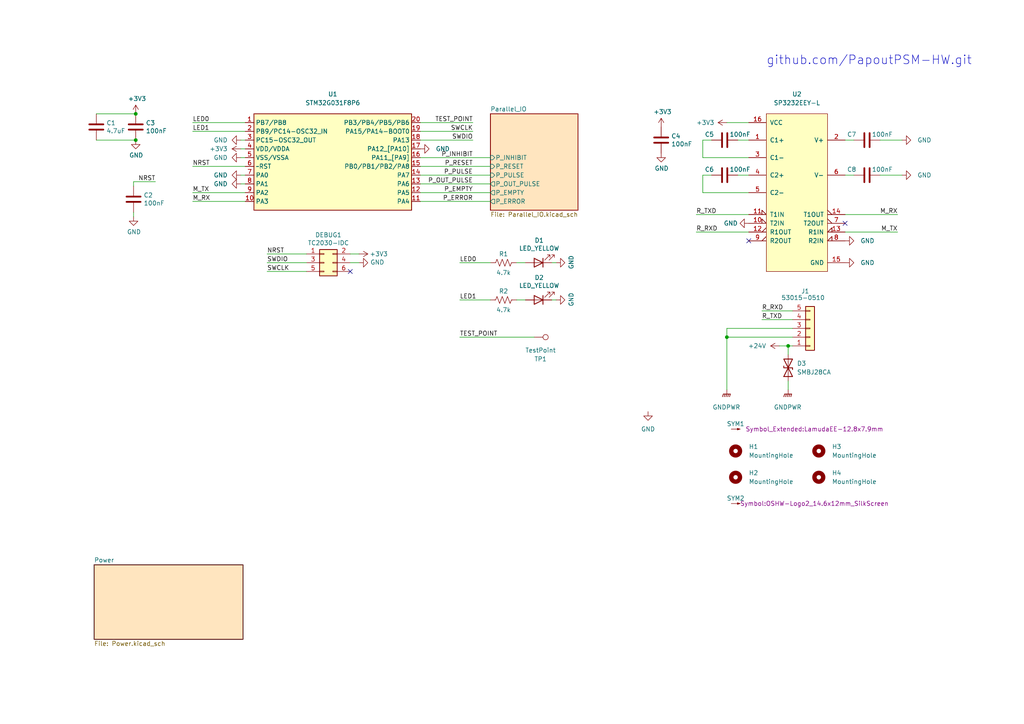
<source format=kicad_sch>
(kicad_sch (version 20210621) (generator eeschema)
  (paper "A4")
  (title_block (title "Main Block") (date "2021-07-30") (rev "0.4") (company "Korean Paper Dispenser Parallel to Serial Adapter Module") (comment 1 "Features : 24V -> 12V, RS232, STM32G030") (comment 2 "Proof of concept hardware for Rust-Embedded.") (comment 3 "CERN-OHL-S-2.0") (comment 4 "Jinwoo Park pmnxis@gmail.com"))
  (lib_symbols
    (symbol "Connector:TestPoint" (pin_numbers hide) (pin_names (offset 0.762) hide)
      (property "Reference" "TP" (at 0 6.858 0))
      (property "Value" "TestPoint" (at 0 5.08 0))
      (symbol "TestPoint_0_1"
        (circle (center 0 3.302) (radius 0.762))
      )
      (symbol "TestPoint_1_1"
        (pin passive line (at 0 0 90) (length 2.54) (name "1") (number "1"))
      )
    )
    (symbol "Connector_Generic:Conn_01x05" (pin_names (offset 1.016) hide)
      (property "Reference" "J" (at 0 7.62 0))
      (property "Value" "Conn_01x05" (at 0 -7.62 0))
      (symbol "Conn_01x05_1_1"
        (rectangle (start -1.27 -4.953) (end 0 -5.207) (stroke (width 0.1524)))
        (rectangle (start -1.27 -2.413) (end 0 -2.667) (stroke (width 0.1524)))
        (rectangle (start -1.27 0.127) (end 0 -0.127) (stroke (width 0.1524)))
        (rectangle (start -1.27 2.667) (end 0 2.413) (stroke (width 0.1524)))
        (rectangle (start -1.27 5.207) (end 0 4.953) (stroke (width 0.1524)))
        (rectangle (start -1.27 6.35) (end 1.27 -6.35) (stroke (width 0.254)) (fill (type background)))
        (pin passive line (at -5.08 5.08 0) (length 3.81) (name "Pin_1") (number "1"))
        (pin passive line (at -5.08 2.54 0) (length 3.81) (name "Pin_2") (number "2"))
        (pin passive line (at -5.08 0 0) (length 3.81) (name "Pin_3") (number "3"))
        (pin passive line (at -5.08 -2.54 0) (length 3.81) (name "Pin_4") (number "4"))
        (pin passive line (at -5.08 -5.08 0) (length 3.81) (name "Pin_5") (number "5"))
      )
    )
    (symbol "Connector_Generic:Conn_02x03_Odd_Even" (pin_names (offset 1.016) hide)
      (property "Reference" "J" (at 1.27 5.08 0))
      (property "Value" "Conn_02x03_Odd_Even" (at 1.27 -5.08 0))
      (symbol "Conn_02x03_Odd_Even_1_1"
        (rectangle (start -1.27 -2.413) (end 0 -2.667) (stroke (width 0.1524)))
        (rectangle (start -1.27 0.127) (end 0 -0.127) (stroke (width 0.1524)))
        (rectangle (start -1.27 2.667) (end 0 2.413) (stroke (width 0.1524)))
        (rectangle (start 3.81 -2.413) (end 2.54 -2.667) (stroke (width 0.1524)))
        (rectangle (start 3.81 0.127) (end 2.54 -0.127) (stroke (width 0.1524)))
        (rectangle (start 3.81 2.667) (end 2.54 2.413) (stroke (width 0.1524)))
        (rectangle (start -1.27 3.81) (end 3.81 -3.81) (stroke (width 0.254)) (fill (type background)))
        (pin passive line (at -5.08 2.54 0) (length 3.81) (name "Pin_1") (number "1"))
        (pin passive line (at 7.62 2.54 180) (length 3.81) (name "Pin_2") (number "2"))
        (pin passive line (at -5.08 0 0) (length 3.81) (name "Pin_3") (number "3"))
        (pin passive line (at 7.62 0 180) (length 3.81) (name "Pin_4") (number "4"))
        (pin passive line (at -5.08 -2.54 0) (length 3.81) (name "Pin_5") (number "5"))
        (pin passive line (at 7.62 -2.54 180) (length 3.81) (name "Pin_6") (number "6"))
      )
    )
    (symbol "Device:C" (pin_numbers hide) (pin_names (offset 0.254))
      (property "Reference" "C" (at 0.635 2.54 0))
      (property "Value" "C" (at 0.635 -2.54 0))
      (symbol "C_0_1"
        (polyline (pts (xy -2.032 -0.762) (xy 2.032 -0.762)) (stroke (width 0.508)))
        (polyline (pts (xy -2.032 0.762) (xy 2.032 0.762)) (stroke (width 0.508)))
      )
      (symbol "C_1_1"
        (pin passive line (at 0 3.81 270) (length 2.794) (name "~") (number "1"))
        (pin passive line (at 0 -3.81 90) (length 2.794) (name "~") (number "2"))
      )
    )
    (symbol "Device:D_TVS" (pin_numbers hide) (pin_names (offset 1.016) hide)
      (property "Reference" "D" (at 0 2.54 0))
      (property "Value" "D_TVS" (at 0 -2.54 0))
      (symbol "D_TVS_0_1"
        (polyline (pts (xy 1.27 0) (xy -1.27 0)))
        (polyline (pts (xy 0.508 1.27) (xy 0 1.27) (xy 0 -1.27) (xy -0.508 -1.27)) (stroke (width 0.254)))
        (polyline (pts (xy -2.54 1.27) (xy -2.54 -1.27) (xy 2.54 1.27) (xy 2.54 -1.27) (xy -2.54 1.27)) (stroke (width 0.254)))
      )
      (symbol "D_TVS_1_1"
        (pin passive line (at -3.81 0 0) (length 2.54) (name "A1") (number "1"))
        (pin passive line (at 3.81 0 180) (length 2.54) (name "A2") (number "2"))
      )
    )
    (symbol "Device:LED" (pin_numbers hide) (pin_names (offset 1.016) hide)
      (property "Reference" "D" (at 0 2.54 0))
      (property "Value" "LED" (at 0 -2.54 0))
      (symbol "LED_0_1"
        (polyline (pts (xy -1.27 -1.27) (xy -1.27 1.27)) (stroke (width 0.254)))
        (polyline (pts (xy -1.27 0) (xy 1.27 0)))
        (polyline (pts (xy 1.27 -1.27) (xy 1.27 1.27) (xy -1.27 0) (xy 1.27 -1.27)) (stroke (width 0.254)))
        (polyline (pts (xy -3.048 -0.762) (xy -4.572 -2.286) (xy -3.81 -2.286) (xy -4.572 -2.286) (xy -4.572 -1.524)))
        (polyline (pts (xy -1.778 -0.762) (xy -3.302 -2.286) (xy -2.54 -2.286) (xy -3.302 -2.286) (xy -3.302 -1.524)))
      )
      (symbol "LED_1_1"
        (pin passive line (at -3.81 0 0) (length 2.54) (name "K") (number "1"))
        (pin passive line (at 3.81 0 180) (length 2.54) (name "A") (number "2"))
      )
    )
    (symbol "Device:R_US" (pin_numbers hide) (pin_names (offset 0))
      (property "Reference" "R" (at 2.54 0 90))
      (property "Value" "R_US" (at -2.54 0 90))
      (symbol "R_US_0_1"
        (polyline (pts (xy 0 -2.286) (xy 0 -2.54)))
        (polyline (pts (xy 0 2.286) (xy 0 2.54)))
        (polyline (pts (xy 0 -0.762) (xy 1.016 -1.143) (xy 0 -1.524) (xy -1.016 -1.905) (xy 0 -2.286)))
        (polyline (pts (xy 0 0.762) (xy 1.016 0.381) (xy 0 0) (xy -1.016 -0.381) (xy 0 -0.762)))
        (polyline (pts (xy 0 2.286) (xy 1.016 1.905) (xy 0 1.524) (xy -1.016 1.143) (xy 0 0.762)))
      )
      (symbol "R_US_1_1"
        (pin passive line (at 0 3.81 270) (length 1.27) (name "~") (number "1"))
        (pin passive line (at 0 -3.81 90) (length 1.27) (name "~") (number "2"))
      )
    )
    (symbol "Graphic:SYM_Arrow_Tiny" (pin_names (offset 1.016))
      (symbol "SYM_Arrow_Tiny_0_1"
        (polyline (pts (xy 1.27 0) (xy -1.27 0)))
        (polyline (pts (xy 1.27 0) (xy 0.508 -0.254) (xy 0.508 0.254) (xy 1.27 0)) (fill (type outline)))
      )
    )
    (symbol "Interface_UART_Extended:SP3232EEY-L" (pin_names (offset 1.016))
      (property "Reference" "U" (at 0 3.81 0))
      (property "Value" "SP3232EEY-L" (at 0 1.27 0))
      (symbol "SP3232EEY-L_0_0"
        (pin passive line (at -5.08 -7.62 0) (length 5.08) (name "C1+") (number "1"))
        (pin input input_low (at -5.08 -31.75 0) (length 5.08) (name "T2IN") (number "10"))
        (pin input input_low (at -5.08 -29.21 0) (length 5.08) (name "T1IN") (number "11"))
        (pin output output_low (at -5.08 -34.29 0) (length 5.08) (name "R1OUT") (number "12"))
        (pin input input_low (at 22.86 -34.29 180) (length 5.08) (name "R1IN") (number "13"))
        (pin output output_low (at 22.86 -29.21 180) (length 5.08) (name "T1OUT") (number "14"))
        (pin power_in line (at 22.86 -43.18 180) (length 5.08) (name "GND") (number "15"))
        (pin power_in line (at -5.08 -2.54 0) (length 5.08) (name "VCC") (number "16"))
        (pin passive line (at 22.86 -7.62 180) (length 5.08) (name "V+") (number "2"))
        (pin passive line (at -5.08 -12.7 0) (length 5.08) (name "C1-") (number "3"))
        (pin passive line (at -5.08 -17.78 0) (length 5.08) (name "C2+") (number "4"))
        (pin passive line (at -5.08 -22.86 0) (length 5.08) (name "C2-") (number "5"))
        (pin passive line (at 22.86 -17.78 180) (length 5.08) (name "V-") (number "6"))
        (pin output output_low (at 22.86 -31.75 180) (length 5.08) (name "T2OUT") (number "7"))
        (pin input input_low (at 22.86 -36.83 180) (length 5.08) (name "R2IN") (number "8"))
        (pin output output_low (at -5.08 -36.83 0) (length 5.08) (name "R2OUT") (number "9"))
      )
      (symbol "SP3232EEY-L_0_1"
        (rectangle (start 0 0) (end 17.78 -45.72) (fill (type background)))
      )
    )
    (symbol "Mechanical:MountingHole" (pin_names (offset 1.016))
      (property "Reference" "H" (at 0 5.08 0))
      (property "Value" "MountingHole" (at 0 3.175 0))
      (symbol "MountingHole_0_1"
        (circle (center 0 0) (radius 1.27) (stroke (width 1.27)))
      )
    )
    (symbol "STM32G0:STM32G030F6"
      (property "Reference" "U" (at -22.86 15.24 0))
      (property "Value" "STM32G030F6" (at 8.89 15.24 0))
      (symbol "STM32G030F6_0_1"
        (rectangle (start -22.86 13.97) (end 22.86 -13.97) (stroke (width 0.254)) (fill (type background)))
      )
      (symbol "STM32G030F6_1_1"
        (pin bidirectional line (at -25.4 11.43 0) (length 2.54) (name "PB7/PB8") (number "1"))
        (pin bidirectional line (at -25.4 -11.43 0) (length 2.54) (name "PA3") (number "10"))
        (pin bidirectional line (at 25.4 -11.43 180) (length 2.54) (name "PA4") (number "11"))
        (pin bidirectional line (at 25.4 -8.89 180) (length 2.54) (name "PA5") (number "12"))
        (pin bidirectional line (at 25.4 -6.35 180) (length 2.54) (name "PA6") (number "13"))
        (pin bidirectional line (at 25.4 -3.81 180) (length 2.54) (name "PA7") (number "14"))
        (pin bidirectional line (at 25.4 -1.27 180) (length 2.54) (name "PB0/PB1/PB2/PA8") (number "15"))
        (pin bidirectional line (at 25.4 1.27 180) (length 2.54) (name "PA11_[PA9]") (number "16"))
        (pin bidirectional line (at 25.4 3.81 180) (length 2.54) (name "PA12_[PA10]") (number "17"))
        (pin bidirectional line (at 25.4 6.35 180) (length 2.54) (name "PA13") (number "18"))
        (pin bidirectional line (at 25.4 8.89 180) (length 2.54) (name "PA15/PA14-BOOT0") (number "19"))
        (pin bidirectional line (at -25.4 8.89 0) (length 2.54) (name "PB9/PC14-OSC32_IN") (number "2"))
        (pin bidirectional line (at 25.4 11.43 180) (length 2.54) (name "PB3/PB4/PB5/PB6") (number "20"))
        (pin bidirectional line (at -25.4 6.35 0) (length 2.54) (name "PC15-OSC32_OUT") (number "3"))
        (pin power_in line (at -25.4 3.81 0) (length 2.54) (name "VDD/VDDA") (number "4"))
        (pin power_in line (at -25.4 1.27 0) (length 2.54) (name "VSS/VSSA") (number "5"))
        (pin bidirectional line (at -25.4 -1.27 0) (length 2.54) (name "~RST") (number "6"))
        (pin bidirectional line (at -25.4 -3.81 0) (length 2.54) (name "PA0") (number "7"))
        (pin bidirectional line (at -25.4 -6.35 0) (length 2.54) (name "PA1") (number "8"))
        (pin bidirectional line (at -25.4 -8.89 0) (length 2.54) (name "PA2") (number "9"))
      )
    )
    (symbol "power:+24V" (power) (pin_names (offset 0))
      (property "Value" "+24V" (at 0 3.556 0))
      (symbol "+24V_0_1"
        (polyline (pts (xy -0.762 1.27) (xy 0 2.54)))
        (polyline (pts (xy 0 0) (xy 0 2.54)))
        (polyline (pts (xy 0 2.54) (xy 0.762 1.27)))
      )
      (symbol "+24V_1_1"
        (pin power_in line (at 0 0 90) (length 0) hide (name "+24V") (number "1"))
      )
    )
    (symbol "power:+3.3V" (power) (pin_names (offset 0))
      (property "Value" "+3.3V" (at 0 3.556 0))
      (symbol "+3.3V_0_1"
        (polyline (pts (xy -0.762 1.27) (xy 0 2.54)))
        (polyline (pts (xy 0 0) (xy 0 2.54)))
        (polyline (pts (xy 0 2.54) (xy 0.762 1.27)))
      )
      (symbol "+3.3V_1_1"
        (pin power_in line (at 0 0 90) (length 0) hide (name "+3V3") (number "1"))
      )
    )
    (symbol "power:+3V3" (power) (pin_names (offset 0))
      (property "Value" "+3V3" (at 0 3.556 0))
      (symbol "+3V3_0_1"
        (polyline (pts (xy -0.762 1.27) (xy 0 2.54)))
        (polyline (pts (xy 0 0) (xy 0 2.54)))
        (polyline (pts (xy 0 2.54) (xy 0.762 1.27)))
      )
      (symbol "+3V3_1_1"
        (pin power_in line (at 0 0 90) (length 0) hide (name "+3V3") (number "1"))
      )
    )
    (symbol "power:GND" (power) (pin_names (offset 0))
      (property "Value" "GND" (at 0 -3.81 0))
      (symbol "GND_0_1"
        (polyline (pts (xy 0 0) (xy 0 -1.27) (xy 1.27 -1.27) (xy 0 -2.54) (xy -1.27 -1.27) (xy 0 -1.27)))
      )
      (symbol "GND_1_1"
        (pin power_in line (at 0 0 270) (length 0) hide (name "GND") (number "1"))
      )
    )
    (symbol "power:GNDPWR" (power) (pin_names (offset 0))
      (property "Value" "GNDPWR" (at 0 -3.302 0))
      (symbol "GNDPWR_0_1"
        (polyline (pts (xy 0 -1.27) (xy 0 0)))
        (polyline (pts (xy -1.016 -1.27) (xy -1.27 -2.032) (xy -1.27 -2.032)) (stroke (width 0.2032)))
        (polyline (pts (xy -0.508 -1.27) (xy -0.762 -2.032) (xy -0.762 -2.032)) (stroke (width 0.2032)))
        (polyline (pts (xy 0 -1.27) (xy -0.254 -2.032) (xy -0.254 -2.032)) (stroke (width 0.2032)))
        (polyline (pts (xy 0.508 -1.27) (xy 0.254 -2.032) (xy 0.254 -2.032)) (stroke (width 0.2032)))
        (polyline (pts (xy 1.016 -1.27) (xy -1.016 -1.27) (xy -1.016 -1.27)) (stroke (width 0.2032)))
        (polyline (pts (xy 1.016 -1.27) (xy 0.762 -2.032) (xy 0.762 -2.032) (xy 0.762 -2.032)) (stroke (width 0.2032)))
      )
      (symbol "GNDPWR_1_1"
        (pin power_in line (at 0 0 270) (length 0) hide (name "GNDPWR") (number "1"))
      )
    )
  )
  (junction (at 39.37 33.02) (diameter 0.9144))
  (junction (at 39.37 40.64) (diameter 0.9144))
  (junction (at 210.82 97.79))
  (junction (at 228.6 100.33) (diameter 0.9144))
  (no_connect (at 101.6 78.74))
  (no_connect (at 217.17 69.85))
  (no_connect (at 245.11 64.77))
  (wire (pts (xy 27.94 33.02) (xy 39.37 33.02)))
  (wire (pts (xy 27.94 40.64) (xy 39.37 40.64)))
  (wire (pts (xy 38.735 52.705) (xy 38.735 53.975)))
  (wire (pts (xy 38.735 62.865) (xy 38.735 61.595)))
  (wire (pts (xy 45.085 52.705) (xy 38.735 52.705)))
  (wire (pts (xy 69.85 40.64) (xy 71.12 40.64)))
  (wire (pts (xy 69.85 43.18) (xy 71.12 43.18)))
  (wire (pts (xy 69.85 45.72) (xy 71.12 45.72)))
  (wire (pts (xy 69.85 50.8) (xy 71.12 50.8)))
  (wire (pts (xy 69.85 53.34) (xy 71.12 53.34)))
  (wire (pts (xy 71.12 35.56) (xy 55.88 35.56)))
  (wire (pts (xy 71.12 38.1) (xy 55.88 38.1)))
  (wire (pts (xy 71.12 48.26) (xy 55.88 48.26)))
  (wire (pts (xy 71.12 55.88) (xy 55.88 55.88)))
  (wire (pts (xy 71.12 58.42) (xy 55.88 58.42)))
  (wire (pts (xy 77.47 73.66) (xy 88.9 73.66)))
  (wire (pts (xy 77.47 76.2) (xy 88.9 76.2)))
  (wire (pts (xy 77.47 78.74) (xy 88.9 78.74)))
  (wire (pts (xy 101.6 73.66) (xy 104.14 73.66)))
  (wire (pts (xy 104.14 76.2) (xy 101.6 76.2)))
  (wire (pts (xy 121.92 38.1) (xy 137.16 38.1)))
  (wire (pts (xy 121.92 40.64) (xy 137.16 40.64)))
  (wire (pts (xy 121.92 45.72) (xy 142.24 45.72)))
  (wire (pts (xy 121.92 48.26) (xy 142.24 48.26)))
  (wire (pts (xy 121.92 50.8) (xy 142.24 50.8)))
  (wire (pts (xy 121.92 53.34) (xy 142.24 53.34)))
  (wire (pts (xy 121.92 55.88) (xy 142.24 55.88)))
  (wire (pts (xy 121.92 58.42) (xy 142.24 58.42)))
  (wire (pts (xy 133.35 97.79) (xy 154.94 97.79)))
  (wire (pts (xy 137.16 35.56) (xy 121.92 35.56)))
  (wire (pts (xy 142.24 76.2) (xy 133.35 76.2)))
  (wire (pts (xy 142.24 86.995) (xy 133.35 86.995)))
  (wire (pts (xy 149.86 76.2) (xy 152.4 76.2)))
  (wire (pts (xy 149.86 86.995) (xy 152.4 86.995)))
  (wire (pts (xy 160.02 76.2) (xy 161.29 76.2)))
  (wire (pts (xy 160.02 86.995) (xy 161.29 86.995)))
  (wire (pts (xy 203.835 40.64) (xy 203.835 45.72)))
  (wire (pts (xy 203.835 45.72) (xy 217.17 45.72)))
  (wire (pts (xy 203.835 50.8) (xy 203.835 55.88)))
  (wire (pts (xy 203.835 55.88) (xy 217.17 55.88)))
  (wire (pts (xy 206.375 40.64) (xy 203.835 40.64)))
  (wire (pts (xy 206.375 50.8) (xy 203.835 50.8)))
  (wire (pts (xy 210.82 35.56) (xy 217.17 35.56)))
  (wire (pts (xy 210.82 95.25) (xy 229.87 95.25)))
  (wire (pts (xy 210.82 97.79) (xy 210.82 95.25)))
  (wire (pts (xy 210.82 97.79) (xy 229.87 97.79)))
  (wire (pts (xy 210.82 113.03) (xy 210.82 97.79)))
  (wire (pts (xy 213.995 40.64) (xy 217.17 40.64)))
  (wire (pts (xy 213.995 50.8) (xy 217.17 50.8)))
  (wire (pts (xy 217.17 62.23) (xy 201.93 62.23)))
  (wire (pts (xy 217.17 67.31) (xy 201.93 67.31)))
  (wire (pts (xy 220.98 90.17) (xy 229.87 90.17)))
  (wire (pts (xy 220.98 92.71) (xy 229.87 92.71)))
  (wire (pts (xy 226.06 100.33) (xy 228.6 100.33)))
  (wire (pts (xy 228.6 100.33) (xy 228.6 102.87)))
  (wire (pts (xy 228.6 100.33) (xy 229.87 100.33)))
  (wire (pts (xy 228.6 110.49) (xy 228.6 113.03)))
  (wire (pts (xy 245.11 40.64) (xy 247.65 40.64)))
  (wire (pts (xy 245.11 50.8) (xy 247.65 50.8)))
  (wire (pts (xy 245.11 62.23) (xy 260.35 62.23)))
  (wire (pts (xy 245.11 67.31) (xy 260.35 67.31)))
  (wire (pts (xy 255.27 40.64) (xy 261.62 40.64)))
  (wire (pts (xy 255.27 50.8) (xy 261.62 50.8)))
  (text "github.com/PapoutPSM-HW.git" (at 222.25 19.05 0) (effects (font (size 2.54 2.54)) (justify left bottom)))
  (label "NRST" (at 45.085 52.705 180))
  (label "LED0" (at 55.88 35.56 0))
  (label "LED1" (at 55.88 38.1 0))
  (label "NRST" (at 55.88 48.26 0))
  (label "M_TX" (at 55.88 55.88 0))
  (label "M_RX" (at 55.88 58.42 0))
  (label "NRST" (at 77.47 73.66 0))
  (label "SWDIO" (at 77.47 76.2 0))
  (label "SWCLK" (at 77.47 78.74 0))
  (label "LED0" (at 133.35 76.2 0))
  (label "LED1" (at 133.35 86.995 0))
  (label "TEST_POINT" (at 133.35 97.79 0))
  (label "TEST_POINT" (at 137.16 35.56 180))
  (label "SWCLK" (at 137.16 38.1 180))
  (label "SWDIO" (at 137.16 40.64 180))
  (label "P_INHIBIT" (at 137.16 45.72 180))
  (label "P_RESET" (at 137.16 48.26 180))
  (label "P_PULSE" (at 137.16 50.8 180))
  (label "P_OUT_PULSE" (at 137.16 53.34 180))
  (label "P_EMPTY" (at 137.16 55.88 180))
  (label "P_ERROR" (at 137.16 58.42 180))
  (label "R_TXD" (at 201.93 62.23 0))
  (label "R_RXD" (at 201.93 67.31 0))
  (label "R_RXD" (at 220.98 90.17 0))
  (label "R_TXD" (at 220.98 92.71 0))
  (label "M_RX" (at 260.35 62.23 180))
  (label "M_TX" (at 260.35 67.31 180))
  (symbol (lib_id "Graphic:SYM_Arrow_Tiny") (at 213.36 124.46 0) (unit 1) (in_bom no)
    (property "Reference" "SYM1" (at 213.36 122.936 0))
    (property "Value" "SYM_Arrow_Tiny" (effects hide))
    (property "Footprint" "Symbol_Extended:LamudaEE-12.8x7.9mm" (at 236.22 124.46 0))
    (property "Mount" "N/C" (effects hide))
  )
  (symbol (lib_id "Graphic:SYM_Arrow_Tiny") (at 213.36 146.05 0) (unit 1) (in_bom no)
    (property "Reference" "SYM2" (at 213.36 144.526 0))
    (property "Value" "SYM_Arrow_Tiny" (effects hide))
    (property "Footprint" "Symbol:OSHW-Logo2_14.6x12mm_SilkScreen" (at 236.22 146.05 0))
    (property "Mount" "N/C" (effects hide))
  )
  (symbol (lib_id "power:+3V3") (at 39.37 33.02 0) (unit 1)
    (property "Reference" "#PWR02" (effects hide))
    (property "Value" "+3V3" (at 39.751 28.6258 0))
  )
  (symbol (lib_id "power:+3V3") (at 69.85 43.18 90) (unit 1)
    (property "Reference" "#PWR05" (effects hide))
    (property "Value" "+3V3" (at 66.04 43.1799 90) (effects (justify left)))
  )
  (symbol (lib_id "power:+3V3") (at 104.14 73.66 270) (unit 1)
    (property "Reference" "#PWR09" (effects hide))
    (property "Value" "+3V3" (at 109.855 73.66 90))
  )
  (symbol (lib_id "power:+3V3") (at 191.77 36.83 0) (unit 1)
    (property "Reference" "#PWR015" (effects hide))
    (property "Value" "+3V3" (at 192.151 32.4358 0))
  )
  (symbol (lib_id "power:+3.3V") (at 210.82 35.56 90) (unit 1)
    (property "Reference" "#PWR017" (effects hide))
    (property "Value" "+3.3V" (at 201.93 35.5599 90) (effects (justify right)))
  )
  (symbol (lib_id "power:+24V") (at 226.06 100.33 90) (unit 1)
    (property "Reference" "#PWR020" (effects hide))
    (property "Value" "+24V" (at 222.25 100.3299 90) (effects (justify left)))
  )
  (symbol (lib_id "power:GNDPWR") (at 210.82 113.03 0) (unit 1)
    (property "Reference" "#PWR018" (effects hide))
    (property "Value" "GNDPWR" (at 210.693 118.11 0))
  )
  (symbol (lib_id "power:GNDPWR") (at 228.6 113.03 0) (unit 1)
    (property "Reference" "#PWR021" (effects hide))
    (property "Value" "GNDPWR" (at 228.473 118.11 0))
  )
  (symbol (lib_id "Connector:TestPoint") (at 154.94 97.79 270) (unit 1)
    (property "Reference" "TP1" (at 156.7815 104.14 90))
    (property "Value" "TestPoint" (at 156.7815 101.6 90))
    (property "Footprint" "TestPoint:TestPoint_Pad_D1.0mm" (effects hide))
    (property "Mount" "N/C" (effects hide))
  )
  (symbol (lib_id "power:GND") (at 38.735 62.865 0) (unit 1)
    (property "Reference" "#PWR01" (effects hide))
    (property "Value" "GND" (at 38.862 67.2592 0))
  )
  (symbol (lib_id "power:GND") (at 39.37 40.64 0) (unit 1)
    (property "Reference" "#PWR03" (effects hide))
    (property "Value" "GND" (at 39.497 45.0342 0))
  )
  (symbol (lib_id "power:GND") (at 69.85 40.64 270) (unit 1)
    (property "Reference" "#PWR04" (effects hide))
    (property "Value" "GND" (at 66.04 40.6399 90) (effects (justify right)))
  )
  (symbol (lib_id "power:GND") (at 69.85 45.72 270) (unit 1)
    (property "Reference" "#PWR06" (effects hide))
    (property "Value" "GND" (at 66.04 45.7199 90) (effects (justify right)))
  )
  (symbol (lib_id "power:GND") (at 69.85 50.8 270) (unit 1)
    (property "Reference" "#PWR07" (effects hide))
    (property "Value" "GND" (at 66.04 50.7999 90) (effects (justify right)))
  )
  (symbol (lib_id "power:GND") (at 69.85 53.34 270) (unit 1)
    (property "Reference" "#PWR08" (effects hide))
    (property "Value" "GND" (at 66.04 53.3399 90) (effects (justify right)))
  )
  (symbol (lib_id "power:GND") (at 104.14 76.2 90) (unit 1)
    (property "Reference" "#PWR010" (effects hide))
    (property "Value" "GND" (at 107.3912 76.073 90) (effects (justify right)))
  )
  (symbol (lib_id "power:GND") (at 121.92 43.18 90) (unit 1)
    (property "Reference" "#PWR011" (effects hide))
    (property "Value" "GND" (at 126.365 43.1799 90) (effects (justify right)))
  )
  (symbol (lib_id "power:GND") (at 161.29 76.2 90) (unit 1)
    (property "Reference" "#PWR012" (effects hide))
    (property "Value" "GND" (at 165.6842 76.073 0))
  )
  (symbol (lib_id "power:GND") (at 161.29 86.995 90) (unit 1)
    (property "Reference" "#PWR013" (effects hide))
    (property "Value" "GND" (at 165.6842 86.868 0))
  )
  (symbol (lib_id "power:GND") (at 187.96 119.38 0) (unit 1)
    (property "Reference" "#PWR014" (effects hide))
    (property "Value" "GND" (at 187.96 124.46 0))
  )
  (symbol (lib_id "power:GND") (at 191.77 44.45 0) (unit 1)
    (property "Reference" "#PWR016" (effects hide))
    (property "Value" "GND" (at 191.897 48.8442 0))
  )
  (symbol (lib_id "power:GND") (at 217.17 64.77 270) (unit 1)
    (property "Reference" "#PWR019" (effects hide))
    (property "Value" "GND" (at 213.995 64.7699 90) (effects (justify right)))
  )
  (symbol (lib_id "power:GND") (at 245.11 69.85 90) (unit 1)
    (property "Reference" "#PWR022" (effects hide))
    (property "Value" "GND" (at 249.555 69.8499 90) (effects (justify right)))
  )
  (symbol (lib_id "power:GND") (at 245.11 76.2 90) (unit 1)
    (property "Reference" "#PWR023" (effects hide))
    (property "Value" "GND" (at 249.555 76.1999 90) (effects (justify right)))
  )
  (symbol (lib_id "power:GND") (at 261.62 40.64 90) (unit 1)
    (property "Reference" "#PWR024" (effects hide))
    (property "Value" "GND" (at 266.065 40.6399 90) (effects (justify right)))
  )
  (symbol (lib_id "power:GND") (at 261.62 50.8 90) (unit 1)
    (property "Reference" "#PWR025" (effects hide))
    (property "Value" "GND" (at 266.065 50.7999 90) (effects (justify right)))
  )
  (symbol (lib_id "Mechanical:MountingHole") (at 213.36 130.81 0) (unit 1)
    (property "Reference" "H1" (at 217.17 129.5399 0) (effects (justify left)))
    (property "Value" "MountingHole" (at 217.17 132.0799 0) (effects (justify left)))
    (property "Footprint" "MountingHole:MountingHole_4.3mm_M4_ISO14580_Pad" (effects hide))
    (property "Mount" "N/C" (effects hide))
  )
  (symbol (lib_id "Mechanical:MountingHole") (at 213.36 138.43 0) (unit 1)
    (property "Reference" "H2" (at 217.17 137.1599 0) (effects (justify left)))
    (property "Value" "MountingHole" (at 217.17 139.6999 0) (effects (justify left)))
    (property "Footprint" "MountingHole:MountingHole_4.3mm_M4_ISO14580_Pad" (effects hide))
    (property "Mount" "N/C" (effects hide))
  )
  (symbol (lib_id "Mechanical:MountingHole") (at 237.49 130.81 0) (unit 1)
    (property "Reference" "H3" (at 241.3 129.5399 0) (effects (justify left)))
    (property "Value" "MountingHole" (at 241.3 132.0799 0) (effects (justify left)))
    (property "Footprint" "MountingHole:MountingHole_4.3mm_M4_ISO14580_Pad" (effects hide))
    (property "Mount" "N/C" (effects hide))
  )
  (symbol (lib_id "Mechanical:MountingHole") (at 237.49 138.43 0) (unit 1)
    (property "Reference" "H4" (at 241.3 137.1599 0) (effects (justify left)))
    (property "Value" "MountingHole" (at 241.3 139.6999 0) (effects (justify left)))
    (property "Footprint" "MountingHole:MountingHole_4.3mm_M4_ISO14580_Pad" (effects hide))
    (property "Mount" "N/C" (effects hide))
  )
  (symbol (lib_id "Device:R_US") (at 146.05 76.2 90) (unit 1)
    (property "Reference" "R1" (at 146.05 73.66 90))
    (property "Value" "4.7k" (at 146.05 79.0956 90))
    (property "Footprint" "Resistor_SMD:R_0402_1005Metric" (effects hide))
    (property "LCSC Part" "C25900" (effects hide))
    (property "MFR.Part#" "0402WGF4701TCE" (effects hide))
    (property "Manufacturer" "ANY" (effects hide))
    (property "Mount" "SMD" (effects hide))
    (property "ODR.Part#" "RES 4.7k 1005" (effects hide))
    (property "Packaging" "1005" (effects hide))
    (property "Supplier" "JLCPCB-Basic" (effects hide))
  )
  (symbol (lib_id "Device:R_US") (at 146.05 86.995 90) (unit 1)
    (property "Reference" "R2" (at 146.05 84.455 90))
    (property "Value" "4.7k" (at 146.05 89.8906 90))
    (property "Footprint" "Resistor_SMD:R_0402_1005Metric" (effects hide))
    (property "LCSC Part" "C25900" (effects hide))
    (property "MFR.Part#" "0402WGF4701TCE" (effects hide))
    (property "Manufacturer" "ANY" (effects hide))
    (property "Mount" "SMD" (effects hide))
    (property "ODR.Part#" "RES 4.7k 1005" (effects hide))
    (property "Packaging" "1005" (effects hide))
    (property "Supplier" "JLCPCB-Basic" (effects hide))
  )
  (symbol (lib_id "Device:D_TVS") (at 228.6 106.68 90) (unit 1)
    (property "Reference" "D3" (at 231.14 105.4099 90) (effects (justify right)))
    (property "Value" "SMBJ28CA" (at 231.14 107.9499 90) (effects (justify right)))
    (property "Footprint" "Diode_SMD:D_SMB" (effects hide))
    (property "Datasheet" "https://www.littelfuse.com/~/media/electronics/datasheets/tvs_diodes/littelfuse_tvs_diode_smbj_datasheet.pdf.pdf" (effects hide))
    (property "LCSC Part" "C151259" (effects hide))
    (property "MFR.Part#" "SMBJ28CA" (effects hide))
    (property "Manufacturer" "Littlefuse" (effects hide))
    (property "Mount" "SMD" (effects hide))
    (property "ODR.Part#" "SMBJ28CA" (effects hide))
    (property "Packaging" "SMB,DO-214AA" (effects hide))
    (property "Supplier" "JLCPCB-Extended" (effects hide))
  )
  (symbol (lib_id "Device:LED") (at 156.21 76.2 180) (unit 1)
    (property "Reference" "D1" (at 156.3878 69.723 0))
    (property "Value" "LED_YELLOW" (at 156.3878 72.0344 0))
    (property "Footprint" "LED_SMD:LED_0805_2012Metric" (effects hide))
    (property "Datasheet" "https://datasheet.lcsc.com/lcsc/1806151129_Hubei-KENTO-Elec-17-21SUYC-TR8_C2296.pdf" (effects hide))
    (property "LCSC Part" "C2296" (effects hide))
    (property "MFR.Part#" "KT-0805Y" (effects hide))
    (property "Manufacturer" "ANY" (effects hide))
    (property "Mount" "SMD" (effects hide))
    (property "ODR.Part#" "LED YELLOW 2012" (effects hide))
    (property "Packaging" "2012" (effects hide))
    (property "Supplier" "JLCPCB-Basic" (effects hide))
  )
  (symbol (lib_id "Device:LED") (at 156.21 86.995 180) (unit 1)
    (property "Reference" "D2" (at 156.3878 80.518 0))
    (property "Value" "LED_YELLOW" (at 156.3878 82.8294 0))
    (property "Footprint" "LED_SMD:LED_0805_2012Metric" (effects hide))
    (property "Datasheet" "https://datasheet.lcsc.com/lcsc/1806151129_Hubei-KENTO-Elec-17-21SUYC-TR8_C2296.pdf" (effects hide))
    (property "LCSC Part" "C2296" (effects hide))
    (property "MFR.Part#" "KT-0805Y" (effects hide))
    (property "Manufacturer" "ANY" (effects hide))
    (property "Mount" "SMD" (effects hide))
    (property "ODR.Part#" "LED YELLOW 2012" (effects hide))
    (property "Packaging" "2012" (effects hide))
    (property "Supplier" "JLCPCB-Basic" (effects hide))
  )
  (symbol (lib_id "Device:C") (at 27.94 36.83 0) (unit 1)
    (property "Reference" "C1" (at 30.861 35.6616 0) (effects (justify left)))
    (property "Value" "4.7uF" (at 30.861 37.973 0) (effects (justify left)))
    (property "Footprint" "Capacitor_SMD:C_0402_1005Metric" (effects hide))
    (property "Datasheet" "https://www.samsungsem.com/resources/file/global/support/product_catalog/MLCC.pdf" (effects hide))
    (property "LCSC Part" "C23733" (effects hide))
    (property "MFR.Part#" "CL05A475MP5NRNC" (effects hide))
    (property "Manufacturer" "ANY" (effects hide))
    (property "Mount" "SMD" (effects hide))
    (property "ODR.Part#" "CAP 100nF 1005" (effects hide))
    (property "Packaging" "1005" (effects hide))
    (property "Supplier" "JLCPCB-Basic" (effects hide))
  )
  (symbol (lib_id "Device:C") (at 38.735 57.785 0) (unit 1)
    (property "Reference" "C2" (at 41.656 56.6166 0) (effects (justify left)))
    (property "Value" "100nF" (at 41.656 58.928 0) (effects (justify left)))
    (property "Footprint" "Capacitor_SMD:C_0402_1005Metric" (effects hide))
    (property "Datasheet" "https://www.samsungsem.com/resources/file/global/support/product_catalog/MLCC.pdf" (effects hide))
    (property "LCSC Part" "C1525" (effects hide))
    (property "MFR.Part#" "CL05B104KO5NNNC" (effects hide))
    (property "Manufacturer" "ANY" (effects hide))
    (property "Mount" "SMD" (effects hide))
    (property "ODR.Part#" "CAP 100nF 1005" (effects hide))
    (property "Packaging" "1005" (effects hide))
    (property "Supplier" "JLCPCB-Basic" (effects hide))
  )
  (symbol (lib_id "Device:C") (at 39.37 36.83 0) (unit 1)
    (property "Reference" "C3" (at 42.291 35.6616 0) (effects (justify left)))
    (property "Value" "100nF" (at 42.291 37.973 0) (effects (justify left)))
    (property "Footprint" "Capacitor_SMD:C_0402_1005Metric" (effects hide))
    (property "Datasheet" "https://www.samsungsem.com/resources/file/global/support/product_catalog/MLCC.pdf" (effects hide))
    (property "LCSC Part" "C1525" (effects hide))
    (property "MFR.Part#" "CL05B104KO5NNNC" (effects hide))
    (property "Manufacturer" "ANY" (effects hide))
    (property "Mount" "SMD" (effects hide))
    (property "ODR.Part#" "CAP 100nF 1005" (effects hide))
    (property "Packaging" "1005" (effects hide))
    (property "Supplier" "JLCPCB-Basic" (effects hide))
  )
  (symbol (lib_id "Device:C") (at 191.77 40.64 0) (unit 1)
    (property "Reference" "C4" (at 194.691 39.4716 0) (effects (justify left)))
    (property "Value" "100nF" (at 194.691 41.783 0) (effects (justify left)))
    (property "Footprint" "Capacitor_SMD:C_0402_1005Metric" (effects hide))
    (property "Datasheet" "https://www.samsungsem.com/resources/file/global/support/product_catalog/MLCC.pdf" (effects hide))
    (property "LCSC Part" "C1525" (effects hide))
    (property "MFR.Part#" "CL05B104KO5NNNC" (effects hide))
    (property "Manufacturer" "ANY" (effects hide))
    (property "Mount" "SMD" (effects hide))
    (property "ODR.Part#" "CAP 100nF 1005" (effects hide))
    (property "Packaging" "1005" (effects hide))
    (property "Supplier" "JLCPCB-Basic" (effects hide))
  )
  (symbol (lib_id "Device:C") (at 210.185 40.64 90) (unit 1)
    (property "Reference" "C5" (at 207.1116 38.989 90) (effects (justify left)))
    (property "Value" "100nF" (at 217.678 38.989 90) (effects (justify left)))
    (property "Footprint" "Capacitor_SMD:C_0402_1005Metric" (effects hide))
    (property "Datasheet" "https://www.samsungsem.com/resources/file/global/support/product_catalog/MLCC.pdf" (effects hide))
    (property "LCSC Part" "C1525" (effects hide))
    (property "MFR.Part#" "CL05B104KO5NNNC" (effects hide))
    (property "Manufacturer" "ANY" (effects hide))
    (property "Mount" "SMD" (effects hide))
    (property "ODR.Part#" "CAP 100nF 1005" (effects hide))
    (property "Packaging" "1005" (effects hide))
    (property "Supplier" "JLCPCB-Basic" (effects hide))
  )
  (symbol (lib_id "Device:C") (at 210.185 50.8 90) (unit 1)
    (property "Reference" "C6" (at 207.1116 49.149 90) (effects (justify left)))
    (property "Value" "100nF" (at 217.678 49.149 90) (effects (justify left)))
    (property "Footprint" "Capacitor_SMD:C_0402_1005Metric" (effects hide))
    (property "Datasheet" "https://www.samsungsem.com/resources/file/global/support/product_catalog/MLCC.pdf" (effects hide))
    (property "LCSC Part" "C1525" (effects hide))
    (property "MFR.Part#" "CL05B104KO5NNNC" (effects hide))
    (property "Manufacturer" "ANY" (effects hide))
    (property "Mount" "SMD" (effects hide))
    (property "ODR.Part#" "CAP 100nF 1005" (effects hide))
    (property "Packaging" "1005" (effects hide))
    (property "Supplier" "JLCPCB-Basic" (effects hide))
  )
  (symbol (lib_id "Device:C") (at 251.46 40.64 90) (unit 1)
    (property "Reference" "C7" (at 248.3866 38.989 90) (effects (justify left)))
    (property "Value" "100nF" (at 258.953 38.989 90) (effects (justify left)))
    (property "Footprint" "Capacitor_SMD:C_0402_1005Metric" (effects hide))
    (property "Datasheet" "https://www.samsungsem.com/resources/file/global/support/product_catalog/MLCC.pdf" (effects hide))
    (property "LCSC Part" "C1525" (effects hide))
    (property "MFR.Part#" "CL05B104KO5NNNC" (effects hide))
    (property "Manufacturer" "ANY" (effects hide))
    (property "Mount" "SMD" (effects hide))
    (property "ODR.Part#" "CAP 100nF 1005" (effects hide))
    (property "Packaging" "1005" (effects hide))
    (property "Supplier" "JLCPCB-Basic" (effects hide))
  )
  (symbol (lib_id "Device:C") (at 251.46 50.8 90) (unit 1)
    (property "Reference" "C8" (at 248.3866 49.149 90) (effects (justify left)))
    (property "Value" "100nF" (at 258.953 49.149 90) (effects (justify left)))
    (property "Footprint" "Capacitor_SMD:C_0402_1005Metric" (effects hide))
    (property "Datasheet" "https://www.samsungsem.com/resources/file/global/support/product_catalog/MLCC.pdf" (effects hide))
    (property "LCSC Part" "C1525" (effects hide))
    (property "MFR.Part#" "CL05B104KO5NNNC" (effects hide))
    (property "Manufacturer" "ANY" (effects hide))
    (property "Mount" "SMD" (effects hide))
    (property "ODR.Part#" "CAP 100nF 1005" (effects hide))
    (property "Packaging" "1005" (effects hide))
    (property "Supplier" "JLCPCB-Basic" (effects hide))
  )
  (symbol (lib_id "Connector_Generic:Conn_01x05") (at 234.95 95.25 0) (mirror x) (unit 1)
    (property "Reference" "J1" (at 233.553 84.455 0))
    (property "Value" "53015-0510" (at 232.918 86.36 0))
    (property "Footprint" "Molex-53015:Molex_MicroBlade_53015-0500_1x05_P2.00mm_Right" (effects hide))
    (property "Datasheet" "https://www.molex.com/pdm_docs/sd/530140410_sd.pdf" (effects hide))
    (property "MFR.Part#" "53015-0510" (effects hide))
    (property "Manufacturer" "Molex" (effects hide))
    (property "Mount" "TH" (effects hide))
    (property "ODR.Part#" "53015-0510" (effects hide))
    (property "Packaging" "DIP-5-2mm" (effects hide))
    (property "Supplier" "Asian Supplier" (effects hide))
  )
  (symbol (lib_id "Connector_Generic:Conn_02x03_Odd_Even") (at 93.98 76.2 0) (unit 1)
    (property "Reference" "DEBUG1" (at 95.25 68.1482 0))
    (property "Value" "TC2030-IDC" (at 95.25 70.4596 0))
    (property "Footprint" "Connector:Tag-Connect_TC2030-IDC-FP_2x03_P1.27mm_Vertical" (effects hide))
    (property "Datasheet" "https://media.digikey.com/pdf/Data%20Sheets/Tag-Connect/TC2030-IDC_RevB.pdf" (effects hide))
    (property "Mount" "N/C" (effects hide))
  )
  (symbol (lib_id "Interface_UART_Extended:SP3232EEY-L") (at 222.25 33.02 0) (unit 1)
    (property "Reference" "U2" (at 231.14 27.305 0))
    (property "Value" "SP3232EEY-L" (at 231.14 29.845 0))
    (property "Footprint" "Package_SO:TSSOP-16_4.4x5mm_P0.65mm" (effects hide))
    (property "Datasheet" "https://www.maxlinear.com/ds/sp3222e_sp3232e.pdf" (effects hide))
    (property "MFR.Part#" "SP3232EEY-L" (effects hide))
    (property "ODR.Part#" "SP3232EEY-L" (effects hide))
    (property "Manufacturer" "Exar" (effects hide))
    (property "Mount" "SMD" (effects hide))
    (property "Packaging" "TSSOP-16" (effects hide))
    (property "Supplier" "JLCPCB-Basic" (effects hide))
    (property "LCSC Part" "C13482" (effects hide))
  )
  (symbol (lib_id "STM32G0:STM32G030F6") (at 96.52 46.99 0) (unit 1)
    (property "Reference" "U1" (at 96.52 27.305 0))
    (property "Value" "STM32G031F8P6" (at 96.52 29.845 0))
    (property "Footprint" "Package_SO:TSSOP-20_4.4x6.5mm_P0.65mm" (effects hide))
    (property "Datasheet" "https://www.st.com/resource/en/datasheet/stm32g071kb.pdf" (effects hide))
    (property "LCSC Part" "C529334" (effects hide))
    (property "MFR.Part#" "STM32G031F8P6" (effects hide))
    (property "Manufacturer" "STMicroelectronics" (effects hide))
    (property "Mount" "SMD" (effects hide))
    (property "ODR.Part#" "STM32G031F8P6" (effects hide))
    (property "Packaging" "TSSOP-20" (effects hide))
    (property "Supplier" "JLCPCB-Extended" (effects hide))
  )
  (sheet (at 142.24 33.02) (size 25.4 27.94) (stroke (width 0.254) (color 132 0 0 1)) (fill (color 255 229 191 1.0000))
    (property "Sheet name" "Parallel_IO" (at 142.24 32.3843 0) (effects (justify left bottom)))
    (property "Sheet file" "Parallel_IO.kicad_sch" (at 142.24 61.4687 0) (effects (justify left top)))
    (pin "P_ERROR" output (at 142.24 58.42 180))
    (pin "P_PULSE" input (at 142.24 50.8 180))
    (pin "P_OUT_PULSE" output (at 142.24 53.34 180))
    (pin "P_EMPTY" output (at 142.24 55.88 180))
    (pin "P_RESET" input (at 142.24 48.26 180))
    (pin "P_INHIBIT" input (at 142.24 45.72 180))
  )
  (sheet (at 27.305 163.83) (size 43.18 21.59) (stroke (width 0.254) (color 72 0 0 1)) (fill (color 255 229 191 1.0000))
    (property "Sheet name" "Power" (at 27.305 163.1943 0) (effects (justify left bottom)))
    (property "Sheet file" "Power.kicad_sch" (at 27.305 185.9287 0) (effects (justify left top)))
  )
)
</source>
